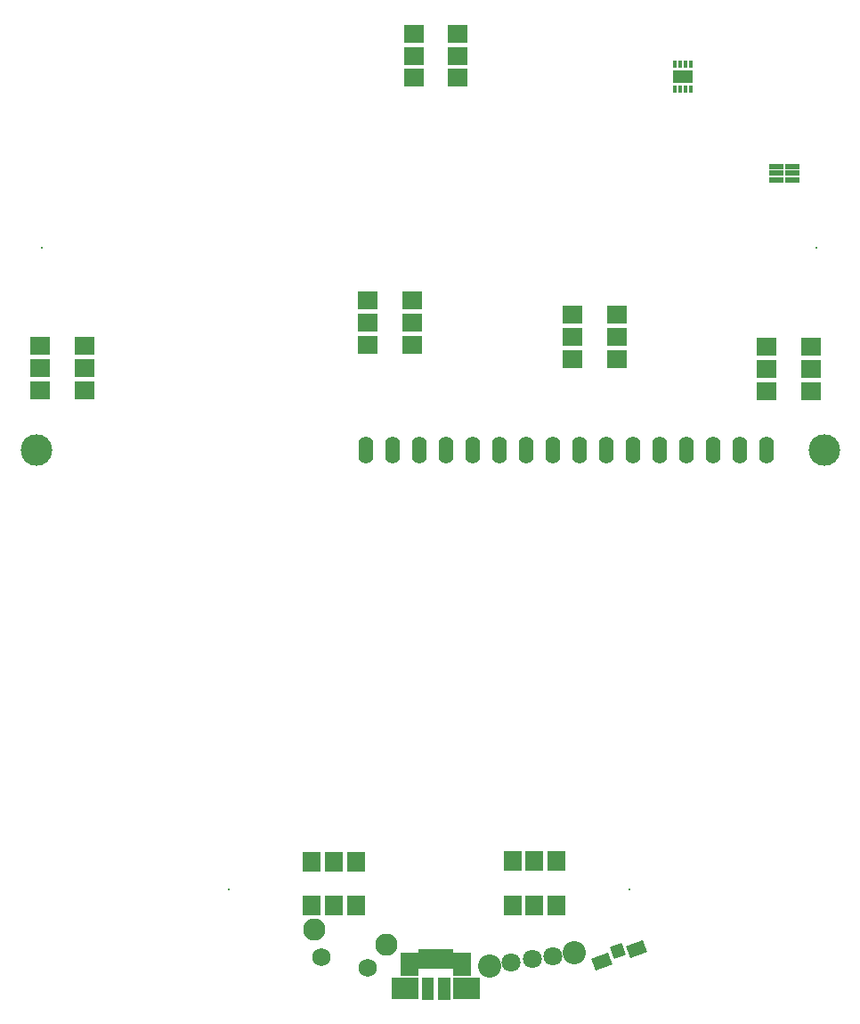
<source format=gbs>
G04 Layer_Color=16711935*
%FSLAX24Y24*%
%MOIN*%
G70*
G01*
G75*
%ADD80C,0.0680*%
%ADD132C,0.1182*%
%ADD133O,0.0553X0.1025*%
%ADD134C,0.0830*%
%ADD135C,0.0867*%
%ADD136C,0.0710*%
%ADD137C,0.0080*%
%ADD138R,0.0710X0.0749*%
%ADD139R,0.0257X0.0749*%
%ADD140R,0.1015X0.0828*%
%ADD141R,0.0661X0.0907*%
G04:AMPARAMS|DCode=142|XSize=47.4mil|YSize=67.1mil|CornerRadius=0mil|HoleSize=0mil|Usage=FLASHONLY|Rotation=290.000|XOffset=0mil|YOffset=0mil|HoleType=Round|Shape=Rectangle|*
%AMROTATEDRECTD142*
4,1,4,-0.0396,0.0108,0.0234,0.0337,0.0396,-0.0108,-0.0234,-0.0337,-0.0396,0.0108,0.0*
%
%ADD142ROTATEDRECTD142*%

%ADD143P,0.0670X4X335.0*%
%ADD144R,0.0552X0.0218*%
G04:AMPARAMS|DCode=145|XSize=55.2mil|YSize=21.8mil|CornerRadius=7.4mil|HoleSize=0mil|Usage=FLASHONLY|Rotation=180.000|XOffset=0mil|YOffset=0mil|HoleType=Round|Shape=RoundedRectangle|*
%AMROUNDEDRECTD145*
21,1,0.0552,0.0069,0,0,180.0*
21,1,0.0404,0.0218,0,0,180.0*
1,1,0.0149,-0.0202,0.0034*
1,1,0.0149,0.0202,0.0034*
1,1,0.0149,0.0202,-0.0034*
1,1,0.0149,-0.0202,-0.0034*
%
%ADD145ROUNDEDRECTD145*%
%ADD146R,0.0749X0.0474*%
%ADD147R,0.0178X0.0296*%
%ADD148R,0.0749X0.0710*%
G36*
X30671Y8887D02*
X30219D01*
Y9713D01*
X30671D01*
Y8887D01*
D02*
G37*
G36*
X31281D02*
X30829D01*
Y9713D01*
X31281D01*
Y8887D01*
D02*
G37*
D80*
X28199Y10089D02*
D03*
X26466Y10457D02*
D03*
D132*
X15786Y29451D02*
D03*
X45283D02*
D03*
D133*
X28133D02*
D03*
X29133D02*
D03*
X30133D02*
D03*
X31133D02*
D03*
X32133D02*
D03*
X33133D02*
D03*
X34133D02*
D03*
X35133D02*
D03*
X36133D02*
D03*
X37133D02*
D03*
X38133D02*
D03*
X39133D02*
D03*
X40133D02*
D03*
X41133D02*
D03*
X42133D02*
D03*
X43133D02*
D03*
D134*
X28885Y10949D02*
D03*
X26189Y11522D02*
D03*
D135*
X35944Y10653D02*
D03*
X32756Y10147D02*
D03*
D136*
X34350Y10400D02*
D03*
X35128Y10523D02*
D03*
X33572Y10277D02*
D03*
D137*
X16000Y37000D02*
D03*
X45000D02*
D03*
X23000Y13000D02*
D03*
X38000D02*
D03*
D138*
X27750Y12399D02*
D03*
X26924D02*
D03*
X26097D02*
D03*
Y14053D02*
D03*
X26924D02*
D03*
X27750D02*
D03*
X35269Y14058D02*
D03*
X34442D02*
D03*
X33615D02*
D03*
Y12405D02*
D03*
X34442D02*
D03*
X35269D02*
D03*
D139*
X31262Y10402D02*
D03*
X30238D02*
D03*
X31006D02*
D03*
X30750D02*
D03*
X30494D02*
D03*
D140*
X29589Y9300D02*
D03*
X31911D02*
D03*
D141*
X29766Y10206D02*
D03*
X31734D02*
D03*
D142*
X38258Y10769D02*
D03*
X36963Y10298D02*
D03*
D143*
X37550Y10700D02*
D03*
D144*
X44100Y40056D02*
D03*
D145*
Y39800D02*
D03*
Y39544D02*
D03*
X43509D02*
D03*
Y39800D02*
D03*
Y40056D02*
D03*
D146*
X39998Y43407D02*
D03*
D147*
X40294Y43870D02*
D03*
X40097D02*
D03*
X39900D02*
D03*
X39703D02*
D03*
Y42945D02*
D03*
X39900D02*
D03*
X40097D02*
D03*
X40294D02*
D03*
D148*
X28196Y35037D02*
D03*
Y34210D02*
D03*
Y33383D02*
D03*
X29850D02*
D03*
Y34210D02*
D03*
Y35037D02*
D03*
X37516Y34504D02*
D03*
Y33678D02*
D03*
Y32851D02*
D03*
X35862D02*
D03*
Y33678D02*
D03*
Y34504D02*
D03*
X43130Y33307D02*
D03*
Y32480D02*
D03*
Y31654D02*
D03*
X44783D02*
D03*
Y32480D02*
D03*
Y33307D02*
D03*
X17579Y33337D02*
D03*
Y32510D02*
D03*
Y31683D02*
D03*
X15925D02*
D03*
Y32510D02*
D03*
Y33337D02*
D03*
X29915Y45015D02*
D03*
Y44189D02*
D03*
Y43362D02*
D03*
X31568D02*
D03*
Y44189D02*
D03*
Y45015D02*
D03*
M02*

</source>
